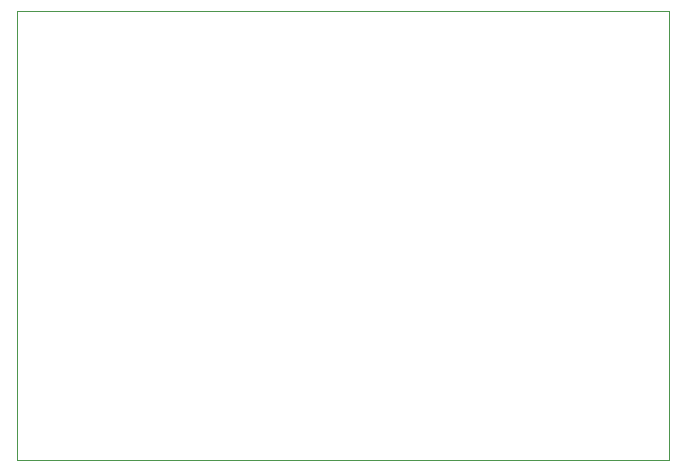
<source format=gbr>
%TF.GenerationSoftware,KiCad,Pcbnew,(6.0.8)*%
%TF.CreationDate,2022-11-19T01:29:10-06:00*%
%TF.ProjectId,coleco-adam-ade-pro-embed-shield,636f6c65-636f-42d6-9164-616d2d616465,rev?*%
%TF.SameCoordinates,Original*%
%TF.FileFunction,Profile,NP*%
%FSLAX46Y46*%
G04 Gerber Fmt 4.6, Leading zero omitted, Abs format (unit mm)*
G04 Created by KiCad (PCBNEW (6.0.8)) date 2022-11-19 01:29:10*
%MOMM*%
%LPD*%
G01*
G04 APERTURE LIST*
%TA.AperFunction,Profile*%
%ADD10C,0.100000*%
%TD*%
G04 APERTURE END LIST*
D10*
X120000000Y-66000000D02*
X175200000Y-66000000D01*
X175200000Y-66000000D02*
X175200000Y-104000000D01*
X175200000Y-104000000D02*
X120000000Y-104000000D01*
X120000000Y-104000000D02*
X120000000Y-66000000D01*
M02*

</source>
